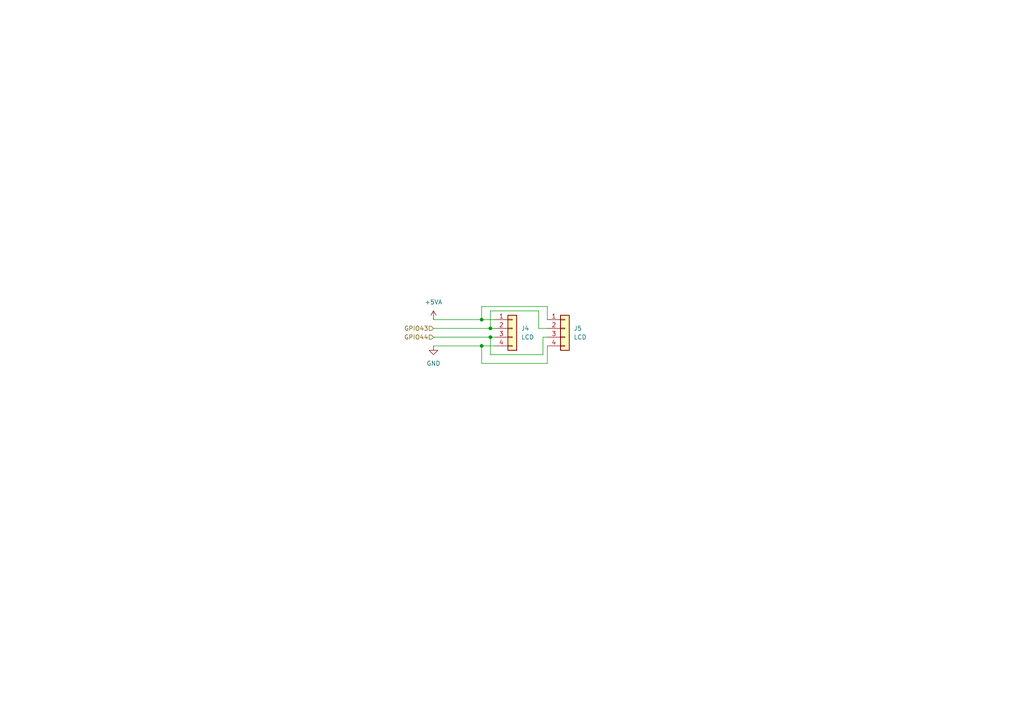
<source format=kicad_sch>
(kicad_sch (version 20230121) (generator eeschema)
  (paper "A4")
  (lib_symbols
    (symbol "Connector_Generic:Conn_01x04" (pin_names (offset 1.016) hide)
      (property "Reference" "J" (at 0 5.08 0))
      (property "Value" "Conn_01x04" (at 0 -7.62 0))
      (symbol "Conn_01x04_1_1"
        (rectangle (start -1.27 -4.953) (end 0 -5.207) (stroke (width 0.1524)))
        (rectangle (start -1.27 -2.413) (end 0 -2.667) (stroke (width 0.1524)))
        (rectangle (start -1.27 0.127) (end 0 -0.127) (stroke (width 0.1524)))
        (rectangle (start -1.27 2.667) (end 0 2.413) (stroke (width 0.1524)))
        (rectangle (start -1.27 3.81) (end 1.27 -6.35) (stroke (width 0.254)) (fill (type background)))
        (pin passive line (at -5.08 2.54 0) (length 3.81) (name "Pin_1") (number "1"))
        (pin passive line (at -5.08 0 0) (length 3.81) (name "Pin_2") (number "2"))
        (pin passive line (at -5.08 -2.54 0) (length 3.81) (name "Pin_3") (number "3"))
        (pin passive line (at -5.08 -5.08 0) (length 3.81) (name "Pin_4") (number "4"))
      )
    )
    (symbol "power:+5VA" (power) (pin_names (offset 0))
      (property "Value" "+5VA" (at 0 3.556 0))
      (symbol "+5VA_0_1"
        (polyline (pts (xy -0.762 1.27) (xy 0 2.54)))
        (polyline (pts (xy 0 0) (xy 0 2.54)))
        (polyline (pts (xy 0 2.54) (xy 0.762 1.27)))
      )
      (symbol "+5VA_1_1"
        (pin power_in line (at 0 0 90) (length 0) hide (name "+5VA") (number "1"))
      )
    )
    (symbol "power:GND" (power) (pin_names (offset 0))
      (property "Value" "GND" (at 0 -3.81 0))
      (symbol "GND_0_1"
        (polyline (pts (xy 0 0) (xy 0 -1.27) (xy 1.27 -1.27) (xy 0 -2.54) (xy -1.27 -1.27) (xy 0 -1.27)))
      )
      (symbol "GND_1_1"
        (pin power_in line (at 0 0 270) (length 0) hide (name "GND") (number "1"))
      )
    )
  )
  (junction (at 142.24 95.25))
  (junction (at 139.7 100.33))
  (junction (at 139.7 92.71))
  (junction (at 142.24 97.79))
  (wire (pts (xy 139.7 105.41) (xy 139.7 100.33)))
  (wire (pts (xy 158.75 97.79) (xy 157.48 97.79)))
  (wire (pts (xy 157.48 97.79) (xy 157.48 102.87)))
  (wire (pts (xy 125.73 97.79) (xy 142.24 97.79)))
  (wire (pts (xy 143.51 92.71) (xy 139.7 92.71)))
  (wire (pts (xy 158.75 100.33) (xy 158.75 105.41)))
  (wire (pts (xy 158.75 92.71) (xy 158.75 88.9)))
  (wire (pts (xy 142.24 90.17) (xy 142.24 95.25)))
  (wire (pts (xy 125.73 92.71) (xy 139.7 92.71)))
  (wire (pts (xy 156.21 90.17) (xy 142.24 90.17)))
  (wire (pts (xy 158.75 105.41) (xy 139.7 105.41)))
  (wire (pts (xy 143.51 97.79) (xy 142.24 97.79)))
  (wire (pts (xy 156.21 95.25) (xy 156.21 90.17)))
  (wire (pts (xy 158.75 88.9) (xy 139.7 88.9)))
  (wire (pts (xy 158.75 95.25) (xy 156.21 95.25)))
  (wire (pts (xy 125.73 95.25) (xy 142.24 95.25)))
  (wire (pts (xy 139.7 88.9) (xy 139.7 92.71)))
  (wire (pts (xy 125.73 100.33) (xy 139.7 100.33)))
  (wire (pts (xy 143.51 95.25) (xy 142.24 95.25)))
  (wire (pts (xy 157.48 102.87) (xy 142.24 102.87)))
  (wire (pts (xy 143.51 100.33) (xy 139.7 100.33)))
  (wire (pts (xy 142.24 102.87) (xy 142.24 97.79)))
  (hierarchical_label "GPIO44" (shape input) (at 125.73 97.79 180))
  (hierarchical_label "GPIO43" (shape input) (at 125.73 95.25 180))
  (symbol (lib_id "Connector_Generic:Conn_01x04") (at 148.59 95.25 0) (unit 1)
    (property "Reference" "J4" (at 151.13 95.25 0) (effects (justify left)))
    (property "Value" "LCD" (at 151.13 97.79 0) (effects (justify left)))
    (instances (project "robotica" (path "" (reference "J4") (unit 1)) (path "" (reference "J12") (unit 1))))
  )
  (symbol (lib_id "power:GND") (at 125.73 100.33 0) (unit 1)
    (property "Reference" "#PWR011" (effects hide))
    (property "Value" "GND" (at 125.73 105.41 0))
  )
  (symbol (lib_id "Connector_Generic:Conn_01x04") (at 163.83 95.25 0) (unit 1)
    (property "Reference" "J5" (at 166.37 95.25 0) (effects (justify left)))
    (property "Value" "LCD" (at 166.37 97.79 0) (effects (justify left)))
    (instances (project "robotica" (path "" (reference "J5") (unit 1)) (path "" (reference "J13") (unit 1))))
  )
  (symbol (lib_id "power:+5VA") (at 125.73 92.71 0) (unit 1)
    (property "Reference" "#PWR012" (effects hide))
    (property "Value" "+5VA" (at 125.73 87.63 0))
  )
)
</source>
